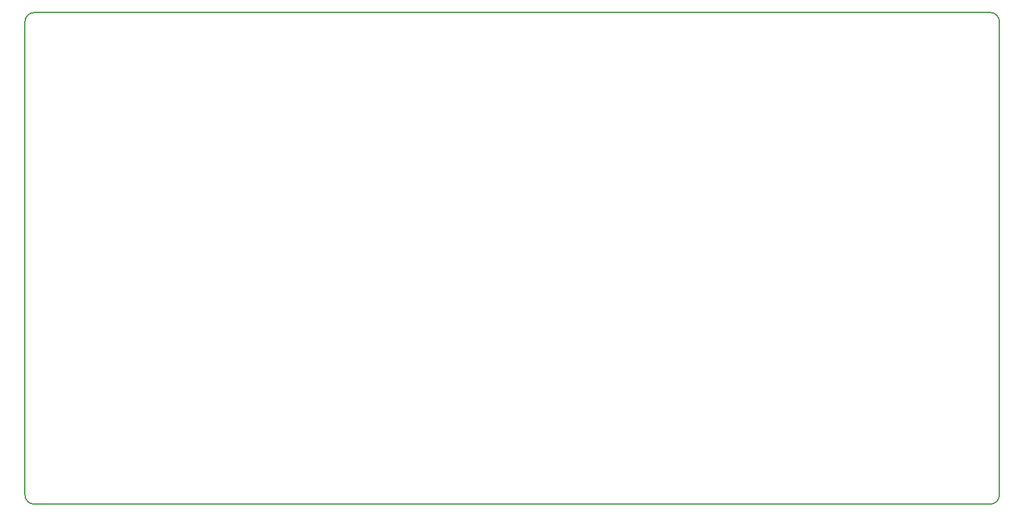
<source format=gbr>
G04 #@! TF.FileFunction,Profile,NP*
%FSLAX46Y46*%
G04 Gerber Fmt 4.6, Leading zero omitted, Abs format (unit mm)*
G04 Created by KiCad (PCBNEW 4.0.6+dfsg1-1) date Mon Mar  5 09:48:27 2018*
%MOMM*%
%LPD*%
G01*
G04 APERTURE LIST*
%ADD10C,0.100000*%
%ADD11C,0.150000*%
G04 APERTURE END LIST*
D10*
D11*
X85090000Y-78740000D02*
X85090000Y-88900000D01*
X218440000Y-78740000D02*
X218440000Y-88900000D01*
X217170000Y-22860000D02*
X86360000Y-22860000D01*
X218440000Y-78740000D02*
X218440000Y-24130000D01*
X86360000Y-90170000D02*
X217170000Y-90170000D01*
X85090000Y-24130000D02*
X85090000Y-78740000D01*
X86360000Y-22860000D02*
G75*
G03X85090000Y-24130000I0J-1270000D01*
G01*
X85090000Y-88900000D02*
G75*
G03X86360000Y-90170000I1270000J0D01*
G01*
X217170000Y-90170000D02*
G75*
G03X218440000Y-88900000I0J1270000D01*
G01*
X218440000Y-24130000D02*
G75*
G03X217170000Y-22860000I-1270000J0D01*
G01*
M02*

</source>
